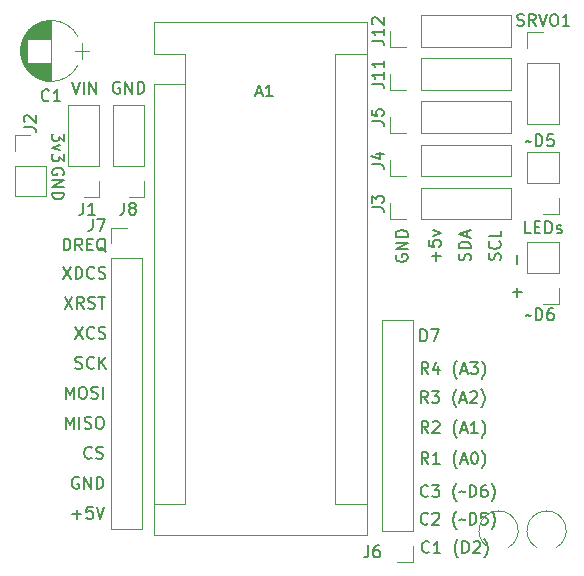
<source format=gbr>
%TF.GenerationSoftware,KiCad,Pcbnew,(5.0.1-3-g963ef8bb5)*%
%TF.CreationDate,2019-04-30T15:10:38-04:00*%
%TF.ProjectId,VHSBase,564853426173652E6B696361645F7063,rev?*%
%TF.SameCoordinates,Original*%
%TF.FileFunction,Legend,Top*%
%TF.FilePolarity,Positive*%
%FSLAX46Y46*%
G04 Gerber Fmt 4.6, Leading zero omitted, Abs format (unit mm)*
G04 Created by KiCad (PCBNEW (5.0.1-3-g963ef8bb5)) date Tuesday, April 30, 2019 at 03:10:38 pm*
%MOMM*%
%LPD*%
G01*
G04 APERTURE LIST*
%ADD10C,0.150000*%
%ADD11C,0.120000*%
G04 APERTURE END LIST*
D10*
X128898761Y-79898476D02*
X128946380Y-79755619D01*
X128946380Y-79517523D01*
X128898761Y-79422285D01*
X128851142Y-79374666D01*
X128755904Y-79327047D01*
X128660666Y-79327047D01*
X128565428Y-79374666D01*
X128517809Y-79422285D01*
X128470190Y-79517523D01*
X128422571Y-79708000D01*
X128374952Y-79803238D01*
X128327333Y-79850857D01*
X128232095Y-79898476D01*
X128136857Y-79898476D01*
X128041619Y-79850857D01*
X127994000Y-79803238D01*
X127946380Y-79708000D01*
X127946380Y-79469904D01*
X127994000Y-79327047D01*
X128851142Y-78327047D02*
X128898761Y-78374666D01*
X128946380Y-78517523D01*
X128946380Y-78612761D01*
X128898761Y-78755619D01*
X128803523Y-78850857D01*
X128708285Y-78898476D01*
X128517809Y-78946095D01*
X128374952Y-78946095D01*
X128184476Y-78898476D01*
X128089238Y-78850857D01*
X127994000Y-78755619D01*
X127946380Y-78612761D01*
X127946380Y-78517523D01*
X127994000Y-78374666D01*
X128041619Y-78327047D01*
X128946380Y-77422285D02*
X128946380Y-77898476D01*
X127946380Y-77898476D01*
X126358761Y-79922285D02*
X126406380Y-79779428D01*
X126406380Y-79541333D01*
X126358761Y-79446095D01*
X126311142Y-79398476D01*
X126215904Y-79350857D01*
X126120666Y-79350857D01*
X126025428Y-79398476D01*
X125977809Y-79446095D01*
X125930190Y-79541333D01*
X125882571Y-79731809D01*
X125834952Y-79827047D01*
X125787333Y-79874666D01*
X125692095Y-79922285D01*
X125596857Y-79922285D01*
X125501619Y-79874666D01*
X125454000Y-79827047D01*
X125406380Y-79731809D01*
X125406380Y-79493714D01*
X125454000Y-79350857D01*
X126406380Y-78922285D02*
X125406380Y-78922285D01*
X125406380Y-78684190D01*
X125454000Y-78541333D01*
X125549238Y-78446095D01*
X125644476Y-78398476D01*
X125834952Y-78350857D01*
X125977809Y-78350857D01*
X126168285Y-78398476D01*
X126263523Y-78446095D01*
X126358761Y-78541333D01*
X126406380Y-78684190D01*
X126406380Y-78922285D01*
X126120666Y-77969904D02*
X126120666Y-77493714D01*
X126406380Y-78065142D02*
X125406380Y-77731809D01*
X126406380Y-77398476D01*
X123485428Y-79946095D02*
X123485428Y-79184190D01*
X123866380Y-79565142D02*
X123104476Y-79565142D01*
X122866380Y-78231809D02*
X122866380Y-78708000D01*
X123342571Y-78755619D01*
X123294952Y-78708000D01*
X123247333Y-78612761D01*
X123247333Y-78374666D01*
X123294952Y-78279428D01*
X123342571Y-78231809D01*
X123437809Y-78184190D01*
X123675904Y-78184190D01*
X123771142Y-78231809D01*
X123818761Y-78279428D01*
X123866380Y-78374666D01*
X123866380Y-78612761D01*
X123818761Y-78708000D01*
X123771142Y-78755619D01*
X123199714Y-77850857D02*
X123866380Y-77612761D01*
X123199714Y-77374666D01*
X120120000Y-79469904D02*
X120072380Y-79565142D01*
X120072380Y-79708000D01*
X120120000Y-79850857D01*
X120215238Y-79946095D01*
X120310476Y-79993714D01*
X120500952Y-80041333D01*
X120643809Y-80041333D01*
X120834285Y-79993714D01*
X120929523Y-79946095D01*
X121024761Y-79850857D01*
X121072380Y-79708000D01*
X121072380Y-79612761D01*
X121024761Y-79469904D01*
X120977142Y-79422285D01*
X120643809Y-79422285D01*
X120643809Y-79612761D01*
X121072380Y-78993714D02*
X120072380Y-78993714D01*
X121072380Y-78422285D01*
X120072380Y-78422285D01*
X121072380Y-77946095D02*
X120072380Y-77946095D01*
X120072380Y-77708000D01*
X120120000Y-77565142D01*
X120215238Y-77469904D01*
X120310476Y-77422285D01*
X120500952Y-77374666D01*
X120643809Y-77374666D01*
X120834285Y-77422285D01*
X120929523Y-77469904D01*
X121024761Y-77565142D01*
X121072380Y-77708000D01*
X121072380Y-77946095D01*
X122167904Y-86780380D02*
X122167904Y-85780380D01*
X122406000Y-85780380D01*
X122548857Y-85828000D01*
X122644095Y-85923238D01*
X122691714Y-86018476D01*
X122739333Y-86208952D01*
X122739333Y-86351809D01*
X122691714Y-86542285D01*
X122644095Y-86637523D01*
X122548857Y-86732761D01*
X122406000Y-86780380D01*
X122167904Y-86780380D01*
X123072666Y-85780380D02*
X123739333Y-85780380D01*
X123310761Y-86780380D01*
X91922000Y-72670095D02*
X91969619Y-72574857D01*
X91969619Y-72432000D01*
X91922000Y-72289142D01*
X91826761Y-72193904D01*
X91731523Y-72146285D01*
X91541047Y-72098666D01*
X91398190Y-72098666D01*
X91207714Y-72146285D01*
X91112476Y-72193904D01*
X91017238Y-72289142D01*
X90969619Y-72432000D01*
X90969619Y-72527238D01*
X91017238Y-72670095D01*
X91064857Y-72717714D01*
X91398190Y-72717714D01*
X91398190Y-72527238D01*
X90969619Y-73146285D02*
X91969619Y-73146285D01*
X90969619Y-73717714D01*
X91969619Y-73717714D01*
X90969619Y-74193904D02*
X91969619Y-74193904D01*
X91969619Y-74432000D01*
X91922000Y-74574857D01*
X91826761Y-74670095D01*
X91731523Y-74717714D01*
X91541047Y-74765333D01*
X91398190Y-74765333D01*
X91207714Y-74717714D01*
X91112476Y-74670095D01*
X91017238Y-74574857D01*
X90969619Y-74432000D01*
X90969619Y-74193904D01*
X91969619Y-69193523D02*
X91969619Y-69812571D01*
X91588666Y-69479238D01*
X91588666Y-69622095D01*
X91541047Y-69717333D01*
X91493428Y-69764952D01*
X91398190Y-69812571D01*
X91160095Y-69812571D01*
X91064857Y-69764952D01*
X91017238Y-69717333D01*
X90969619Y-69622095D01*
X90969619Y-69336380D01*
X91017238Y-69241142D01*
X91064857Y-69193523D01*
X91636285Y-70145904D02*
X90969619Y-70384000D01*
X91636285Y-70622095D01*
X91969619Y-70907809D02*
X91969619Y-71526857D01*
X91588666Y-71193523D01*
X91588666Y-71336380D01*
X91541047Y-71431619D01*
X91493428Y-71479238D01*
X91398190Y-71526857D01*
X91160095Y-71526857D01*
X91064857Y-71479238D01*
X91017238Y-71431619D01*
X90969619Y-71336380D01*
X90969619Y-71050666D01*
X91017238Y-70955428D01*
X91064857Y-70907809D01*
X92694285Y-101417428D02*
X93456190Y-101417428D01*
X93075238Y-101798380D02*
X93075238Y-101036476D01*
X94408571Y-100798380D02*
X93932380Y-100798380D01*
X93884761Y-101274571D01*
X93932380Y-101226952D01*
X94027619Y-101179333D01*
X94265714Y-101179333D01*
X94360952Y-101226952D01*
X94408571Y-101274571D01*
X94456190Y-101369809D01*
X94456190Y-101607904D01*
X94408571Y-101703142D01*
X94360952Y-101750761D01*
X94265714Y-101798380D01*
X94027619Y-101798380D01*
X93932380Y-101750761D01*
X93884761Y-101703142D01*
X94741904Y-100798380D02*
X95075238Y-101798380D01*
X95408571Y-100798380D01*
X93218095Y-98306000D02*
X93122857Y-98258380D01*
X92980000Y-98258380D01*
X92837142Y-98306000D01*
X92741904Y-98401238D01*
X92694285Y-98496476D01*
X92646666Y-98686952D01*
X92646666Y-98829809D01*
X92694285Y-99020285D01*
X92741904Y-99115523D01*
X92837142Y-99210761D01*
X92980000Y-99258380D01*
X93075238Y-99258380D01*
X93218095Y-99210761D01*
X93265714Y-99163142D01*
X93265714Y-98829809D01*
X93075238Y-98829809D01*
X93694285Y-99258380D02*
X93694285Y-98258380D01*
X94265714Y-99258380D01*
X94265714Y-98258380D01*
X94741904Y-99258380D02*
X94741904Y-98258380D01*
X94980000Y-98258380D01*
X95122857Y-98306000D01*
X95218095Y-98401238D01*
X95265714Y-98496476D01*
X95313333Y-98686952D01*
X95313333Y-98829809D01*
X95265714Y-99020285D01*
X95218095Y-99115523D01*
X95122857Y-99210761D01*
X94980000Y-99258380D01*
X94741904Y-99258380D01*
X94321333Y-96623142D02*
X94273714Y-96670761D01*
X94130857Y-96718380D01*
X94035619Y-96718380D01*
X93892761Y-96670761D01*
X93797523Y-96575523D01*
X93749904Y-96480285D01*
X93702285Y-96289809D01*
X93702285Y-96146952D01*
X93749904Y-95956476D01*
X93797523Y-95861238D01*
X93892761Y-95766000D01*
X94035619Y-95718380D01*
X94130857Y-95718380D01*
X94273714Y-95766000D01*
X94321333Y-95813619D01*
X94702285Y-96670761D02*
X94845142Y-96718380D01*
X95083238Y-96718380D01*
X95178476Y-96670761D01*
X95226095Y-96623142D01*
X95273714Y-96527904D01*
X95273714Y-96432666D01*
X95226095Y-96337428D01*
X95178476Y-96289809D01*
X95083238Y-96242190D01*
X94892761Y-96194571D01*
X94797523Y-96146952D01*
X94749904Y-96099333D01*
X94702285Y-96004095D01*
X94702285Y-95908857D01*
X94749904Y-95813619D01*
X94797523Y-95766000D01*
X94892761Y-95718380D01*
X95130857Y-95718380D01*
X95273714Y-95766000D01*
X92154571Y-94178380D02*
X92154571Y-93178380D01*
X92487904Y-93892666D01*
X92821238Y-93178380D01*
X92821238Y-94178380D01*
X93297428Y-94178380D02*
X93297428Y-93178380D01*
X93726000Y-94130761D02*
X93868857Y-94178380D01*
X94106952Y-94178380D01*
X94202190Y-94130761D01*
X94249809Y-94083142D01*
X94297428Y-93987904D01*
X94297428Y-93892666D01*
X94249809Y-93797428D01*
X94202190Y-93749809D01*
X94106952Y-93702190D01*
X93916476Y-93654571D01*
X93821238Y-93606952D01*
X93773619Y-93559333D01*
X93726000Y-93464095D01*
X93726000Y-93368857D01*
X93773619Y-93273619D01*
X93821238Y-93226000D01*
X93916476Y-93178380D01*
X94154571Y-93178380D01*
X94297428Y-93226000D01*
X94916476Y-93178380D02*
X95106952Y-93178380D01*
X95202190Y-93226000D01*
X95297428Y-93321238D01*
X95345047Y-93511714D01*
X95345047Y-93845047D01*
X95297428Y-94035523D01*
X95202190Y-94130761D01*
X95106952Y-94178380D01*
X94916476Y-94178380D01*
X94821238Y-94130761D01*
X94726000Y-94035523D01*
X94678380Y-93845047D01*
X94678380Y-93511714D01*
X94726000Y-93321238D01*
X94821238Y-93226000D01*
X94916476Y-93178380D01*
X92154571Y-91638380D02*
X92154571Y-90638380D01*
X92487904Y-91352666D01*
X92821238Y-90638380D01*
X92821238Y-91638380D01*
X93487904Y-90638380D02*
X93678380Y-90638380D01*
X93773619Y-90686000D01*
X93868857Y-90781238D01*
X93916476Y-90971714D01*
X93916476Y-91305047D01*
X93868857Y-91495523D01*
X93773619Y-91590761D01*
X93678380Y-91638380D01*
X93487904Y-91638380D01*
X93392666Y-91590761D01*
X93297428Y-91495523D01*
X93249809Y-91305047D01*
X93249809Y-90971714D01*
X93297428Y-90781238D01*
X93392666Y-90686000D01*
X93487904Y-90638380D01*
X94297428Y-91590761D02*
X94440285Y-91638380D01*
X94678380Y-91638380D01*
X94773619Y-91590761D01*
X94821238Y-91543142D01*
X94868857Y-91447904D01*
X94868857Y-91352666D01*
X94821238Y-91257428D01*
X94773619Y-91209809D01*
X94678380Y-91162190D01*
X94487904Y-91114571D01*
X94392666Y-91066952D01*
X94345047Y-91019333D01*
X94297428Y-90924095D01*
X94297428Y-90828857D01*
X94345047Y-90733619D01*
X94392666Y-90686000D01*
X94487904Y-90638380D01*
X94726000Y-90638380D01*
X94868857Y-90686000D01*
X95297428Y-91638380D02*
X95297428Y-90638380D01*
X92948285Y-89050761D02*
X93091142Y-89098380D01*
X93329238Y-89098380D01*
X93424476Y-89050761D01*
X93472095Y-89003142D01*
X93519714Y-88907904D01*
X93519714Y-88812666D01*
X93472095Y-88717428D01*
X93424476Y-88669809D01*
X93329238Y-88622190D01*
X93138761Y-88574571D01*
X93043523Y-88526952D01*
X92995904Y-88479333D01*
X92948285Y-88384095D01*
X92948285Y-88288857D01*
X92995904Y-88193619D01*
X93043523Y-88146000D01*
X93138761Y-88098380D01*
X93376857Y-88098380D01*
X93519714Y-88146000D01*
X94519714Y-89003142D02*
X94472095Y-89050761D01*
X94329238Y-89098380D01*
X94234000Y-89098380D01*
X94091142Y-89050761D01*
X93995904Y-88955523D01*
X93948285Y-88860285D01*
X93900666Y-88669809D01*
X93900666Y-88526952D01*
X93948285Y-88336476D01*
X93995904Y-88241238D01*
X94091142Y-88146000D01*
X94234000Y-88098380D01*
X94329238Y-88098380D01*
X94472095Y-88146000D01*
X94519714Y-88193619D01*
X94948285Y-89098380D02*
X94948285Y-88098380D01*
X95519714Y-89098380D02*
X95091142Y-88526952D01*
X95519714Y-88098380D02*
X94948285Y-88669809D01*
X92924476Y-85558380D02*
X93591142Y-86558380D01*
X93591142Y-85558380D02*
X92924476Y-86558380D01*
X94543523Y-86463142D02*
X94495904Y-86510761D01*
X94353047Y-86558380D01*
X94257809Y-86558380D01*
X94114952Y-86510761D01*
X94019714Y-86415523D01*
X93972095Y-86320285D01*
X93924476Y-86129809D01*
X93924476Y-85986952D01*
X93972095Y-85796476D01*
X94019714Y-85701238D01*
X94114952Y-85606000D01*
X94257809Y-85558380D01*
X94353047Y-85558380D01*
X94495904Y-85606000D01*
X94543523Y-85653619D01*
X94924476Y-86510761D02*
X95067333Y-86558380D01*
X95305428Y-86558380D01*
X95400666Y-86510761D01*
X95448285Y-86463142D01*
X95495904Y-86367904D01*
X95495904Y-86272666D01*
X95448285Y-86177428D01*
X95400666Y-86129809D01*
X95305428Y-86082190D01*
X95114952Y-86034571D01*
X95019714Y-85986952D01*
X94972095Y-85939333D01*
X94924476Y-85844095D01*
X94924476Y-85748857D01*
X94972095Y-85653619D01*
X95019714Y-85606000D01*
X95114952Y-85558380D01*
X95353047Y-85558380D01*
X95495904Y-85606000D01*
X92035523Y-83018380D02*
X92702190Y-84018380D01*
X92702190Y-83018380D02*
X92035523Y-84018380D01*
X93654571Y-84018380D02*
X93321238Y-83542190D01*
X93083142Y-84018380D02*
X93083142Y-83018380D01*
X93464095Y-83018380D01*
X93559333Y-83066000D01*
X93606952Y-83113619D01*
X93654571Y-83208857D01*
X93654571Y-83351714D01*
X93606952Y-83446952D01*
X93559333Y-83494571D01*
X93464095Y-83542190D01*
X93083142Y-83542190D01*
X94035523Y-83970761D02*
X94178380Y-84018380D01*
X94416476Y-84018380D01*
X94511714Y-83970761D01*
X94559333Y-83923142D01*
X94606952Y-83827904D01*
X94606952Y-83732666D01*
X94559333Y-83637428D01*
X94511714Y-83589809D01*
X94416476Y-83542190D01*
X94226000Y-83494571D01*
X94130761Y-83446952D01*
X94083142Y-83399333D01*
X94035523Y-83304095D01*
X94035523Y-83208857D01*
X94083142Y-83113619D01*
X94130761Y-83066000D01*
X94226000Y-83018380D01*
X94464095Y-83018380D01*
X94606952Y-83066000D01*
X94892666Y-83018380D02*
X95464095Y-83018380D01*
X95178380Y-84018380D02*
X95178380Y-83018380D01*
X91916476Y-80478380D02*
X92583142Y-81478380D01*
X92583142Y-80478380D02*
X91916476Y-81478380D01*
X92964095Y-81478380D02*
X92964095Y-80478380D01*
X93202190Y-80478380D01*
X93345047Y-80526000D01*
X93440285Y-80621238D01*
X93487904Y-80716476D01*
X93535523Y-80906952D01*
X93535523Y-81049809D01*
X93487904Y-81240285D01*
X93440285Y-81335523D01*
X93345047Y-81430761D01*
X93202190Y-81478380D01*
X92964095Y-81478380D01*
X94535523Y-81383142D02*
X94487904Y-81430761D01*
X94345047Y-81478380D01*
X94249809Y-81478380D01*
X94106952Y-81430761D01*
X94011714Y-81335523D01*
X93964095Y-81240285D01*
X93916476Y-81049809D01*
X93916476Y-80906952D01*
X93964095Y-80716476D01*
X94011714Y-80621238D01*
X94106952Y-80526000D01*
X94249809Y-80478380D01*
X94345047Y-80478380D01*
X94487904Y-80526000D01*
X94535523Y-80573619D01*
X94916476Y-81430761D02*
X95059333Y-81478380D01*
X95297428Y-81478380D01*
X95392666Y-81430761D01*
X95440285Y-81383142D01*
X95487904Y-81287904D01*
X95487904Y-81192666D01*
X95440285Y-81097428D01*
X95392666Y-81049809D01*
X95297428Y-81002190D01*
X95106952Y-80954571D01*
X95011714Y-80906952D01*
X94964095Y-80859333D01*
X94916476Y-80764095D01*
X94916476Y-80668857D01*
X94964095Y-80573619D01*
X95011714Y-80526000D01*
X95106952Y-80478380D01*
X95345047Y-80478380D01*
X95487904Y-80526000D01*
X91957904Y-79084380D02*
X91957904Y-78084380D01*
X92196000Y-78084380D01*
X92338857Y-78132000D01*
X92434095Y-78227238D01*
X92481714Y-78322476D01*
X92529333Y-78512952D01*
X92529333Y-78655809D01*
X92481714Y-78846285D01*
X92434095Y-78941523D01*
X92338857Y-79036761D01*
X92196000Y-79084380D01*
X91957904Y-79084380D01*
X93529333Y-79084380D02*
X93196000Y-78608190D01*
X92957904Y-79084380D02*
X92957904Y-78084380D01*
X93338857Y-78084380D01*
X93434095Y-78132000D01*
X93481714Y-78179619D01*
X93529333Y-78274857D01*
X93529333Y-78417714D01*
X93481714Y-78512952D01*
X93434095Y-78560571D01*
X93338857Y-78608190D01*
X92957904Y-78608190D01*
X93957904Y-78560571D02*
X94291238Y-78560571D01*
X94434095Y-79084380D02*
X93957904Y-79084380D01*
X93957904Y-78084380D01*
X94434095Y-78084380D01*
X95529333Y-79179619D02*
X95434095Y-79132000D01*
X95338857Y-79036761D01*
X95196000Y-78893904D01*
X95100761Y-78846285D01*
X95005523Y-78846285D01*
X95053142Y-79084380D02*
X94957904Y-79036761D01*
X94862666Y-78941523D01*
X94815047Y-78751047D01*
X94815047Y-78417714D01*
X94862666Y-78227238D01*
X94957904Y-78132000D01*
X95053142Y-78084380D01*
X95243619Y-78084380D01*
X95338857Y-78132000D01*
X95434095Y-78227238D01*
X95481714Y-78417714D01*
X95481714Y-78751047D01*
X95434095Y-78941523D01*
X95338857Y-79036761D01*
X95243619Y-79084380D01*
X95053142Y-79084380D01*
X131065904Y-84621428D02*
X131113523Y-84573809D01*
X131208761Y-84526190D01*
X131399238Y-84621428D01*
X131494476Y-84573809D01*
X131542095Y-84526190D01*
X131923047Y-85002380D02*
X131923047Y-84002380D01*
X132161142Y-84002380D01*
X132304000Y-84050000D01*
X132399238Y-84145238D01*
X132446857Y-84240476D01*
X132494476Y-84430952D01*
X132494476Y-84573809D01*
X132446857Y-84764285D01*
X132399238Y-84859523D01*
X132304000Y-84954761D01*
X132161142Y-85002380D01*
X131923047Y-85002380D01*
X133351619Y-84002380D02*
X133161142Y-84002380D01*
X133065904Y-84050000D01*
X133018285Y-84097619D01*
X132923047Y-84240476D01*
X132875428Y-84430952D01*
X132875428Y-84811904D01*
X132923047Y-84907142D01*
X132970666Y-84954761D01*
X133065904Y-85002380D01*
X133256380Y-85002380D01*
X133351619Y-84954761D01*
X133399238Y-84907142D01*
X133446857Y-84811904D01*
X133446857Y-84573809D01*
X133399238Y-84478571D01*
X133351619Y-84430952D01*
X133256380Y-84383333D01*
X133065904Y-84383333D01*
X132970666Y-84430952D01*
X132923047Y-84478571D01*
X132875428Y-84573809D01*
X131065904Y-69889428D02*
X131113523Y-69841809D01*
X131208761Y-69794190D01*
X131399238Y-69889428D01*
X131494476Y-69841809D01*
X131542095Y-69794190D01*
X131923047Y-70270380D02*
X131923047Y-69270380D01*
X132161142Y-69270380D01*
X132304000Y-69318000D01*
X132399238Y-69413238D01*
X132446857Y-69508476D01*
X132494476Y-69698952D01*
X132494476Y-69841809D01*
X132446857Y-70032285D01*
X132399238Y-70127523D01*
X132304000Y-70222761D01*
X132161142Y-70270380D01*
X131923047Y-70270380D01*
X133399238Y-69270380D02*
X132923047Y-69270380D01*
X132875428Y-69746571D01*
X132923047Y-69698952D01*
X133018285Y-69651333D01*
X133256380Y-69651333D01*
X133351619Y-69698952D01*
X133399238Y-69746571D01*
X133446857Y-69841809D01*
X133446857Y-70079904D01*
X133399238Y-70175142D01*
X133351619Y-70222761D01*
X133256380Y-70270380D01*
X133018285Y-70270380D01*
X132923047Y-70222761D01*
X132875428Y-70175142D01*
X130343428Y-83009904D02*
X130343428Y-82248000D01*
X130724380Y-82628952D02*
X129962476Y-82628952D01*
X130343428Y-80248000D02*
X130343428Y-79486095D01*
X131510380Y-77636380D02*
X131034190Y-77636380D01*
X131034190Y-76636380D01*
X131843714Y-77112571D02*
X132177047Y-77112571D01*
X132319904Y-77636380D02*
X131843714Y-77636380D01*
X131843714Y-76636380D01*
X132319904Y-76636380D01*
X132748476Y-77636380D02*
X132748476Y-76636380D01*
X132986571Y-76636380D01*
X133129428Y-76684000D01*
X133224666Y-76779238D01*
X133272285Y-76874476D01*
X133319904Y-77064952D01*
X133319904Y-77207809D01*
X133272285Y-77398285D01*
X133224666Y-77493523D01*
X133129428Y-77588761D01*
X132986571Y-77636380D01*
X132748476Y-77636380D01*
X133700857Y-77588761D02*
X133796095Y-77636380D01*
X133986571Y-77636380D01*
X134081809Y-77588761D01*
X134129428Y-77493523D01*
X134129428Y-77445904D01*
X134081809Y-77350666D01*
X133986571Y-77303047D01*
X133843714Y-77303047D01*
X133748476Y-77255428D01*
X133700857Y-77160190D01*
X133700857Y-77112571D01*
X133748476Y-77017333D01*
X133843714Y-76969714D01*
X133986571Y-76969714D01*
X134081809Y-77017333D01*
X122830952Y-89552380D02*
X122497619Y-89076190D01*
X122259523Y-89552380D02*
X122259523Y-88552380D01*
X122640476Y-88552380D01*
X122735714Y-88600000D01*
X122783333Y-88647619D01*
X122830952Y-88742857D01*
X122830952Y-88885714D01*
X122783333Y-88980952D01*
X122735714Y-89028571D01*
X122640476Y-89076190D01*
X122259523Y-89076190D01*
X123688095Y-88885714D02*
X123688095Y-89552380D01*
X123450000Y-88504761D02*
X123211904Y-89219047D01*
X123830952Y-89219047D01*
X125259523Y-89933333D02*
X125211904Y-89885714D01*
X125116666Y-89742857D01*
X125069047Y-89647619D01*
X125021428Y-89504761D01*
X124973809Y-89266666D01*
X124973809Y-89076190D01*
X125021428Y-88838095D01*
X125069047Y-88695238D01*
X125116666Y-88600000D01*
X125211904Y-88457142D01*
X125259523Y-88409523D01*
X125592857Y-89266666D02*
X126069047Y-89266666D01*
X125497619Y-89552380D02*
X125830952Y-88552380D01*
X126164285Y-89552380D01*
X126402380Y-88552380D02*
X127021428Y-88552380D01*
X126688095Y-88933333D01*
X126830952Y-88933333D01*
X126926190Y-88980952D01*
X126973809Y-89028571D01*
X127021428Y-89123809D01*
X127021428Y-89361904D01*
X126973809Y-89457142D01*
X126926190Y-89504761D01*
X126830952Y-89552380D01*
X126545238Y-89552380D01*
X126450000Y-89504761D01*
X126402380Y-89457142D01*
X127354761Y-89933333D02*
X127402380Y-89885714D01*
X127497619Y-89742857D01*
X127545238Y-89647619D01*
X127592857Y-89504761D01*
X127640476Y-89266666D01*
X127640476Y-89076190D01*
X127592857Y-88838095D01*
X127545238Y-88695238D01*
X127497619Y-88600000D01*
X127402380Y-88457142D01*
X127354761Y-88409523D01*
X122780952Y-92002380D02*
X122447619Y-91526190D01*
X122209523Y-92002380D02*
X122209523Y-91002380D01*
X122590476Y-91002380D01*
X122685714Y-91050000D01*
X122733333Y-91097619D01*
X122780952Y-91192857D01*
X122780952Y-91335714D01*
X122733333Y-91430952D01*
X122685714Y-91478571D01*
X122590476Y-91526190D01*
X122209523Y-91526190D01*
X123114285Y-91002380D02*
X123733333Y-91002380D01*
X123400000Y-91383333D01*
X123542857Y-91383333D01*
X123638095Y-91430952D01*
X123685714Y-91478571D01*
X123733333Y-91573809D01*
X123733333Y-91811904D01*
X123685714Y-91907142D01*
X123638095Y-91954761D01*
X123542857Y-92002380D01*
X123257142Y-92002380D01*
X123161904Y-91954761D01*
X123114285Y-91907142D01*
X125209523Y-92383333D02*
X125161904Y-92335714D01*
X125066666Y-92192857D01*
X125019047Y-92097619D01*
X124971428Y-91954761D01*
X124923809Y-91716666D01*
X124923809Y-91526190D01*
X124971428Y-91288095D01*
X125019047Y-91145238D01*
X125066666Y-91050000D01*
X125161904Y-90907142D01*
X125209523Y-90859523D01*
X125542857Y-91716666D02*
X126019047Y-91716666D01*
X125447619Y-92002380D02*
X125780952Y-91002380D01*
X126114285Y-92002380D01*
X126400000Y-91097619D02*
X126447619Y-91050000D01*
X126542857Y-91002380D01*
X126780952Y-91002380D01*
X126876190Y-91050000D01*
X126923809Y-91097619D01*
X126971428Y-91192857D01*
X126971428Y-91288095D01*
X126923809Y-91430952D01*
X126352380Y-92002380D01*
X126971428Y-92002380D01*
X127304761Y-92383333D02*
X127352380Y-92335714D01*
X127447619Y-92192857D01*
X127495238Y-92097619D01*
X127542857Y-91954761D01*
X127590476Y-91716666D01*
X127590476Y-91526190D01*
X127542857Y-91288095D01*
X127495238Y-91145238D01*
X127447619Y-91050000D01*
X127352380Y-90907142D01*
X127304761Y-90859523D01*
X122830952Y-94552380D02*
X122497619Y-94076190D01*
X122259523Y-94552380D02*
X122259523Y-93552380D01*
X122640476Y-93552380D01*
X122735714Y-93600000D01*
X122783333Y-93647619D01*
X122830952Y-93742857D01*
X122830952Y-93885714D01*
X122783333Y-93980952D01*
X122735714Y-94028571D01*
X122640476Y-94076190D01*
X122259523Y-94076190D01*
X123211904Y-93647619D02*
X123259523Y-93600000D01*
X123354761Y-93552380D01*
X123592857Y-93552380D01*
X123688095Y-93600000D01*
X123735714Y-93647619D01*
X123783333Y-93742857D01*
X123783333Y-93838095D01*
X123735714Y-93980952D01*
X123164285Y-94552380D01*
X123783333Y-94552380D01*
X125259523Y-94933333D02*
X125211904Y-94885714D01*
X125116666Y-94742857D01*
X125069047Y-94647619D01*
X125021428Y-94504761D01*
X124973809Y-94266666D01*
X124973809Y-94076190D01*
X125021428Y-93838095D01*
X125069047Y-93695238D01*
X125116666Y-93600000D01*
X125211904Y-93457142D01*
X125259523Y-93409523D01*
X125592857Y-94266666D02*
X126069047Y-94266666D01*
X125497619Y-94552380D02*
X125830952Y-93552380D01*
X126164285Y-94552380D01*
X127021428Y-94552380D02*
X126450000Y-94552380D01*
X126735714Y-94552380D02*
X126735714Y-93552380D01*
X126640476Y-93695238D01*
X126545238Y-93790476D01*
X126450000Y-93838095D01*
X127354761Y-94933333D02*
X127402380Y-94885714D01*
X127497619Y-94742857D01*
X127545238Y-94647619D01*
X127592857Y-94504761D01*
X127640476Y-94266666D01*
X127640476Y-94076190D01*
X127592857Y-93838095D01*
X127545238Y-93695238D01*
X127497619Y-93600000D01*
X127402380Y-93457142D01*
X127354761Y-93409523D01*
X122830952Y-97152380D02*
X122497619Y-96676190D01*
X122259523Y-97152380D02*
X122259523Y-96152380D01*
X122640476Y-96152380D01*
X122735714Y-96200000D01*
X122783333Y-96247619D01*
X122830952Y-96342857D01*
X122830952Y-96485714D01*
X122783333Y-96580952D01*
X122735714Y-96628571D01*
X122640476Y-96676190D01*
X122259523Y-96676190D01*
X123783333Y-97152380D02*
X123211904Y-97152380D01*
X123497619Y-97152380D02*
X123497619Y-96152380D01*
X123402380Y-96295238D01*
X123307142Y-96390476D01*
X123211904Y-96438095D01*
X125259523Y-97533333D02*
X125211904Y-97485714D01*
X125116666Y-97342857D01*
X125069047Y-97247619D01*
X125021428Y-97104761D01*
X124973809Y-96866666D01*
X124973809Y-96676190D01*
X125021428Y-96438095D01*
X125069047Y-96295238D01*
X125116666Y-96200000D01*
X125211904Y-96057142D01*
X125259523Y-96009523D01*
X125592857Y-96866666D02*
X126069047Y-96866666D01*
X125497619Y-97152380D02*
X125830952Y-96152380D01*
X126164285Y-97152380D01*
X126688095Y-96152380D02*
X126783333Y-96152380D01*
X126878571Y-96200000D01*
X126926190Y-96247619D01*
X126973809Y-96342857D01*
X127021428Y-96533333D01*
X127021428Y-96771428D01*
X126973809Y-96961904D01*
X126926190Y-97057142D01*
X126878571Y-97104761D01*
X126783333Y-97152380D01*
X126688095Y-97152380D01*
X126592857Y-97104761D01*
X126545238Y-97057142D01*
X126497619Y-96961904D01*
X126450000Y-96771428D01*
X126450000Y-96533333D01*
X126497619Y-96342857D01*
X126545238Y-96247619D01*
X126592857Y-96200000D01*
X126688095Y-96152380D01*
X127354761Y-97533333D02*
X127402380Y-97485714D01*
X127497619Y-97342857D01*
X127545238Y-97247619D01*
X127592857Y-97104761D01*
X127640476Y-96866666D01*
X127640476Y-96676190D01*
X127592857Y-96438095D01*
X127545238Y-96295238D01*
X127497619Y-96200000D01*
X127402380Y-96057142D01*
X127354761Y-96009523D01*
X122802380Y-99857142D02*
X122754761Y-99904761D01*
X122611904Y-99952380D01*
X122516666Y-99952380D01*
X122373809Y-99904761D01*
X122278571Y-99809523D01*
X122230952Y-99714285D01*
X122183333Y-99523809D01*
X122183333Y-99380952D01*
X122230952Y-99190476D01*
X122278571Y-99095238D01*
X122373809Y-99000000D01*
X122516666Y-98952380D01*
X122611904Y-98952380D01*
X122754761Y-99000000D01*
X122802380Y-99047619D01*
X123135714Y-98952380D02*
X123754761Y-98952380D01*
X123421428Y-99333333D01*
X123564285Y-99333333D01*
X123659523Y-99380952D01*
X123707142Y-99428571D01*
X123754761Y-99523809D01*
X123754761Y-99761904D01*
X123707142Y-99857142D01*
X123659523Y-99904761D01*
X123564285Y-99952380D01*
X123278571Y-99952380D01*
X123183333Y-99904761D01*
X123135714Y-99857142D01*
X125230952Y-100333333D02*
X125183333Y-100285714D01*
X125088095Y-100142857D01*
X125040476Y-100047619D01*
X124992857Y-99904761D01*
X124945238Y-99666666D01*
X124945238Y-99476190D01*
X124992857Y-99238095D01*
X125040476Y-99095238D01*
X125088095Y-99000000D01*
X125183333Y-98857142D01*
X125230952Y-98809523D01*
X125469047Y-99571428D02*
X125516666Y-99523809D01*
X125611904Y-99476190D01*
X125802380Y-99571428D01*
X125897619Y-99523809D01*
X125945238Y-99476190D01*
X126326190Y-99952380D02*
X126326190Y-98952380D01*
X126564285Y-98952380D01*
X126707142Y-99000000D01*
X126802380Y-99095238D01*
X126850000Y-99190476D01*
X126897619Y-99380952D01*
X126897619Y-99523809D01*
X126850000Y-99714285D01*
X126802380Y-99809523D01*
X126707142Y-99904761D01*
X126564285Y-99952380D01*
X126326190Y-99952380D01*
X127754761Y-98952380D02*
X127564285Y-98952380D01*
X127469047Y-99000000D01*
X127421428Y-99047619D01*
X127326190Y-99190476D01*
X127278571Y-99380952D01*
X127278571Y-99761904D01*
X127326190Y-99857142D01*
X127373809Y-99904761D01*
X127469047Y-99952380D01*
X127659523Y-99952380D01*
X127754761Y-99904761D01*
X127802380Y-99857142D01*
X127850000Y-99761904D01*
X127850000Y-99523809D01*
X127802380Y-99428571D01*
X127754761Y-99380952D01*
X127659523Y-99333333D01*
X127469047Y-99333333D01*
X127373809Y-99380952D01*
X127326190Y-99428571D01*
X127278571Y-99523809D01*
X128183333Y-100333333D02*
X128230952Y-100285714D01*
X128326190Y-100142857D01*
X128373809Y-100047619D01*
X128421428Y-99904761D01*
X128469047Y-99666666D01*
X128469047Y-99476190D01*
X128421428Y-99238095D01*
X128373809Y-99095238D01*
X128326190Y-99000000D01*
X128230952Y-98857142D01*
X128183333Y-98809523D01*
X122802380Y-102207142D02*
X122754761Y-102254761D01*
X122611904Y-102302380D01*
X122516666Y-102302380D01*
X122373809Y-102254761D01*
X122278571Y-102159523D01*
X122230952Y-102064285D01*
X122183333Y-101873809D01*
X122183333Y-101730952D01*
X122230952Y-101540476D01*
X122278571Y-101445238D01*
X122373809Y-101350000D01*
X122516666Y-101302380D01*
X122611904Y-101302380D01*
X122754761Y-101350000D01*
X122802380Y-101397619D01*
X123183333Y-101397619D02*
X123230952Y-101350000D01*
X123326190Y-101302380D01*
X123564285Y-101302380D01*
X123659523Y-101350000D01*
X123707142Y-101397619D01*
X123754761Y-101492857D01*
X123754761Y-101588095D01*
X123707142Y-101730952D01*
X123135714Y-102302380D01*
X123754761Y-102302380D01*
X125230952Y-102683333D02*
X125183333Y-102635714D01*
X125088095Y-102492857D01*
X125040476Y-102397619D01*
X124992857Y-102254761D01*
X124945238Y-102016666D01*
X124945238Y-101826190D01*
X124992857Y-101588095D01*
X125040476Y-101445238D01*
X125088095Y-101350000D01*
X125183333Y-101207142D01*
X125230952Y-101159523D01*
X125469047Y-101921428D02*
X125516666Y-101873809D01*
X125611904Y-101826190D01*
X125802380Y-101921428D01*
X125897619Y-101873809D01*
X125945238Y-101826190D01*
X126326190Y-102302380D02*
X126326190Y-101302380D01*
X126564285Y-101302380D01*
X126707142Y-101350000D01*
X126802380Y-101445238D01*
X126850000Y-101540476D01*
X126897619Y-101730952D01*
X126897619Y-101873809D01*
X126850000Y-102064285D01*
X126802380Y-102159523D01*
X126707142Y-102254761D01*
X126564285Y-102302380D01*
X126326190Y-102302380D01*
X127802380Y-101302380D02*
X127326190Y-101302380D01*
X127278571Y-101778571D01*
X127326190Y-101730952D01*
X127421428Y-101683333D01*
X127659523Y-101683333D01*
X127754761Y-101730952D01*
X127802380Y-101778571D01*
X127850000Y-101873809D01*
X127850000Y-102111904D01*
X127802380Y-102207142D01*
X127754761Y-102254761D01*
X127659523Y-102302380D01*
X127421428Y-102302380D01*
X127326190Y-102254761D01*
X127278571Y-102207142D01*
X128183333Y-102683333D02*
X128230952Y-102635714D01*
X128326190Y-102492857D01*
X128373809Y-102397619D01*
X128421428Y-102254761D01*
X128469047Y-102016666D01*
X128469047Y-101826190D01*
X128421428Y-101588095D01*
X128373809Y-101445238D01*
X128326190Y-101350000D01*
X128230952Y-101207142D01*
X128183333Y-101159523D01*
X122909523Y-104607142D02*
X122861904Y-104654761D01*
X122719047Y-104702380D01*
X122623809Y-104702380D01*
X122480952Y-104654761D01*
X122385714Y-104559523D01*
X122338095Y-104464285D01*
X122290476Y-104273809D01*
X122290476Y-104130952D01*
X122338095Y-103940476D01*
X122385714Y-103845238D01*
X122480952Y-103750000D01*
X122623809Y-103702380D01*
X122719047Y-103702380D01*
X122861904Y-103750000D01*
X122909523Y-103797619D01*
X123861904Y-104702380D02*
X123290476Y-104702380D01*
X123576190Y-104702380D02*
X123576190Y-103702380D01*
X123480952Y-103845238D01*
X123385714Y-103940476D01*
X123290476Y-103988095D01*
X125338095Y-105083333D02*
X125290476Y-105035714D01*
X125195238Y-104892857D01*
X125147619Y-104797619D01*
X125100000Y-104654761D01*
X125052380Y-104416666D01*
X125052380Y-104226190D01*
X125100000Y-103988095D01*
X125147619Y-103845238D01*
X125195238Y-103750000D01*
X125290476Y-103607142D01*
X125338095Y-103559523D01*
X125719047Y-104702380D02*
X125719047Y-103702380D01*
X125957142Y-103702380D01*
X126100000Y-103750000D01*
X126195238Y-103845238D01*
X126242857Y-103940476D01*
X126290476Y-104130952D01*
X126290476Y-104273809D01*
X126242857Y-104464285D01*
X126195238Y-104559523D01*
X126100000Y-104654761D01*
X125957142Y-104702380D01*
X125719047Y-104702380D01*
X126671428Y-103797619D02*
X126719047Y-103750000D01*
X126814285Y-103702380D01*
X127052380Y-103702380D01*
X127147619Y-103750000D01*
X127195238Y-103797619D01*
X127242857Y-103892857D01*
X127242857Y-103988095D01*
X127195238Y-104130952D01*
X126623809Y-104702380D01*
X127242857Y-104702380D01*
X127576190Y-105083333D02*
X127623809Y-105035714D01*
X127719047Y-104892857D01*
X127766666Y-104797619D01*
X127814285Y-104654761D01*
X127861904Y-104416666D01*
X127861904Y-104226190D01*
X127814285Y-103988095D01*
X127766666Y-103845238D01*
X127719047Y-103750000D01*
X127623809Y-103607142D01*
X127576190Y-103559523D01*
X96688095Y-64850000D02*
X96592857Y-64802380D01*
X96450000Y-64802380D01*
X96307142Y-64850000D01*
X96211904Y-64945238D01*
X96164285Y-65040476D01*
X96116666Y-65230952D01*
X96116666Y-65373809D01*
X96164285Y-65564285D01*
X96211904Y-65659523D01*
X96307142Y-65754761D01*
X96450000Y-65802380D01*
X96545238Y-65802380D01*
X96688095Y-65754761D01*
X96735714Y-65707142D01*
X96735714Y-65373809D01*
X96545238Y-65373809D01*
X97164285Y-65802380D02*
X97164285Y-64802380D01*
X97735714Y-65802380D01*
X97735714Y-64802380D01*
X98211904Y-65802380D02*
X98211904Y-64802380D01*
X98450000Y-64802380D01*
X98592857Y-64850000D01*
X98688095Y-64945238D01*
X98735714Y-65040476D01*
X98783333Y-65230952D01*
X98783333Y-65373809D01*
X98735714Y-65564285D01*
X98688095Y-65659523D01*
X98592857Y-65754761D01*
X98450000Y-65802380D01*
X98211904Y-65802380D01*
X92654761Y-64852380D02*
X92988095Y-65852380D01*
X93321428Y-64852380D01*
X93654761Y-65852380D02*
X93654761Y-64852380D01*
X94130952Y-65852380D02*
X94130952Y-64852380D01*
X94702380Y-65852380D01*
X94702380Y-64852380D01*
D11*
X117615000Y-59755000D02*
X99575000Y-59755000D01*
X117615000Y-103195000D02*
X117615000Y-59755000D01*
X99575000Y-103195000D02*
X117615000Y-103195000D01*
X102245000Y-100525000D02*
X99575000Y-100525000D01*
X102245000Y-64965000D02*
X102245000Y-100525000D01*
X102245000Y-64965000D02*
X99575000Y-64965000D01*
X114945000Y-100525000D02*
X117615000Y-100525000D01*
X114945000Y-62425000D02*
X114945000Y-100525000D01*
X114945000Y-62425000D02*
X117615000Y-62425000D01*
X99575000Y-59755000D02*
X99575000Y-62425000D01*
X99575000Y-64965000D02*
X99575000Y-103195000D01*
X102245000Y-62425000D02*
X99575000Y-62425000D01*
X102245000Y-64965000D02*
X102245000Y-62425000D01*
X95952000Y-77156000D02*
X97282000Y-77156000D01*
X95952000Y-78486000D02*
X95952000Y-77156000D01*
X95952000Y-79756000D02*
X98612000Y-79756000D01*
X98612000Y-79756000D02*
X98612000Y-102676000D01*
X95952000Y-79756000D02*
X95952000Y-102676000D01*
X95952000Y-102676000D02*
X98612000Y-102676000D01*
X94976000Y-74526000D02*
X93646000Y-74526000D01*
X94976000Y-73196000D02*
X94976000Y-74526000D01*
X94976000Y-71926000D02*
X92316000Y-71926000D01*
X92316000Y-71926000D02*
X92316000Y-66786000D01*
X94976000Y-71926000D02*
X94976000Y-66786000D01*
X94976000Y-66786000D02*
X92316000Y-66786000D01*
X98786000Y-74526000D02*
X97456000Y-74526000D01*
X98786000Y-73196000D02*
X98786000Y-74526000D01*
X98786000Y-71926000D02*
X96126000Y-71926000D01*
X96126000Y-71926000D02*
X96126000Y-66786000D01*
X98786000Y-71926000D02*
X98786000Y-66786000D01*
X98786000Y-66786000D02*
X96126000Y-66786000D01*
X133888000Y-75974000D02*
X132558000Y-75974000D01*
X133888000Y-74644000D02*
X133888000Y-75974000D01*
X133888000Y-73374000D02*
X131228000Y-73374000D01*
X131228000Y-73374000D02*
X131228000Y-70774000D01*
X133888000Y-73374000D02*
X133888000Y-70774000D01*
X133888000Y-70774000D02*
X131228000Y-70774000D01*
X133888000Y-78394000D02*
X131228000Y-78394000D01*
X133888000Y-80994000D02*
X133888000Y-78394000D01*
X131228000Y-80994000D02*
X131228000Y-78394000D01*
X133888000Y-80994000D02*
X131228000Y-80994000D01*
X133888000Y-82264000D02*
X133888000Y-83594000D01*
X133888000Y-83594000D02*
X132558000Y-83594000D01*
X132044578Y-104262828D02*
G75*
G02X133644000Y-104262510I799422J1454828D01*
G01*
X127980578Y-104262828D02*
G75*
G02X129580000Y-104262510I799422J1454828D01*
G01*
X87806000Y-69308000D02*
X89136000Y-69308000D01*
X87806000Y-70638000D02*
X87806000Y-69308000D01*
X87806000Y-71908000D02*
X90466000Y-71908000D01*
X90466000Y-71908000D02*
X90466000Y-74508000D01*
X87806000Y-71908000D02*
X87806000Y-74508000D01*
X87806000Y-74508000D02*
X90466000Y-74508000D01*
X93486000Y-62848000D02*
X93486000Y-61548000D01*
X94086000Y-62198000D02*
X92886000Y-62198000D01*
X88325000Y-62552000D02*
X88325000Y-61844000D01*
X88365000Y-62757000D02*
X88365000Y-61639000D01*
X88405000Y-62905000D02*
X88405000Y-61491000D01*
X88445000Y-63027000D02*
X88445000Y-61369000D01*
X88485000Y-63132000D02*
X88485000Y-61264000D01*
X88525000Y-63226000D02*
X88525000Y-61170000D01*
X88565000Y-63310000D02*
X88565000Y-61086000D01*
X88605000Y-63387000D02*
X88605000Y-61009000D01*
X88645000Y-63459000D02*
X88645000Y-60937000D01*
X88685000Y-63525000D02*
X88685000Y-60871000D01*
X88725000Y-63588000D02*
X88725000Y-60808000D01*
X88765000Y-63646000D02*
X88765000Y-60750000D01*
X88805000Y-63702000D02*
X88805000Y-60694000D01*
X88845000Y-63754000D02*
X88845000Y-60642000D01*
X88885000Y-63804000D02*
X88885000Y-60592000D01*
X88925000Y-61218000D02*
X88925000Y-60544000D01*
X88925000Y-63852000D02*
X88925000Y-63178000D01*
X88965000Y-61218000D02*
X88965000Y-60499000D01*
X88965000Y-63897000D02*
X88965000Y-63178000D01*
X89005000Y-61218000D02*
X89005000Y-60456000D01*
X89005000Y-63940000D02*
X89005000Y-63178000D01*
X89045000Y-61218000D02*
X89045000Y-60415000D01*
X89045000Y-63981000D02*
X89045000Y-63178000D01*
X89085000Y-61218000D02*
X89085000Y-60375000D01*
X89085000Y-64021000D02*
X89085000Y-63178000D01*
X89125000Y-61218000D02*
X89125000Y-60337000D01*
X89125000Y-64059000D02*
X89125000Y-63178000D01*
X89165000Y-61218000D02*
X89165000Y-60301000D01*
X89165000Y-64095000D02*
X89165000Y-63178000D01*
X89205000Y-61218000D02*
X89205000Y-60266000D01*
X89205000Y-64130000D02*
X89205000Y-63178000D01*
X89245000Y-61218000D02*
X89245000Y-60233000D01*
X89245000Y-64163000D02*
X89245000Y-63178000D01*
X89285000Y-61218000D02*
X89285000Y-60201000D01*
X89285000Y-64195000D02*
X89285000Y-63178000D01*
X89325000Y-61218000D02*
X89325000Y-60170000D01*
X89325000Y-64226000D02*
X89325000Y-63178000D01*
X89365000Y-61218000D02*
X89365000Y-60140000D01*
X89365000Y-64256000D02*
X89365000Y-63178000D01*
X89405000Y-61218000D02*
X89405000Y-60112000D01*
X89405000Y-64284000D02*
X89405000Y-63178000D01*
X89445000Y-61218000D02*
X89445000Y-60085000D01*
X89445000Y-64311000D02*
X89445000Y-63178000D01*
X89485000Y-61218000D02*
X89485000Y-60058000D01*
X89485000Y-64338000D02*
X89485000Y-63178000D01*
X89525000Y-61218000D02*
X89525000Y-60033000D01*
X89525000Y-64363000D02*
X89525000Y-63178000D01*
X89565000Y-61218000D02*
X89565000Y-60009000D01*
X89565000Y-64387000D02*
X89565000Y-63178000D01*
X89605000Y-61218000D02*
X89605000Y-59986000D01*
X89605000Y-64410000D02*
X89605000Y-63178000D01*
X89645000Y-61218000D02*
X89645000Y-59964000D01*
X89645000Y-64432000D02*
X89645000Y-63178000D01*
X89685000Y-61218000D02*
X89685000Y-59942000D01*
X89685000Y-64454000D02*
X89685000Y-63178000D01*
X89725000Y-61218000D02*
X89725000Y-59922000D01*
X89725000Y-64474000D02*
X89725000Y-63178000D01*
X89765000Y-61218000D02*
X89765000Y-59902000D01*
X89765000Y-64494000D02*
X89765000Y-63178000D01*
X89805000Y-61218000D02*
X89805000Y-59883000D01*
X89805000Y-64513000D02*
X89805000Y-63178000D01*
X89845000Y-61218000D02*
X89845000Y-59865000D01*
X89845000Y-64531000D02*
X89845000Y-63178000D01*
X89885000Y-61218000D02*
X89885000Y-59848000D01*
X89885000Y-64548000D02*
X89885000Y-63178000D01*
X89925000Y-61218000D02*
X89925000Y-59832000D01*
X89925000Y-64564000D02*
X89925000Y-63178000D01*
X89965000Y-61218000D02*
X89965000Y-59816000D01*
X89965000Y-64580000D02*
X89965000Y-63178000D01*
X90005000Y-61218000D02*
X90005000Y-59802000D01*
X90005000Y-64594000D02*
X90005000Y-63178000D01*
X90045000Y-61218000D02*
X90045000Y-59788000D01*
X90045000Y-64608000D02*
X90045000Y-63178000D01*
X90085000Y-61218000D02*
X90085000Y-59774000D01*
X90085000Y-64622000D02*
X90085000Y-63178000D01*
X90125000Y-61218000D02*
X90125000Y-59762000D01*
X90125000Y-64634000D02*
X90125000Y-63178000D01*
X90165000Y-61218000D02*
X90165000Y-59750000D01*
X90165000Y-64646000D02*
X90165000Y-63178000D01*
X90206000Y-61218000D02*
X90206000Y-59738000D01*
X90206000Y-64658000D02*
X90206000Y-63178000D01*
X90246000Y-61218000D02*
X90246000Y-59728000D01*
X90246000Y-64668000D02*
X90246000Y-63178000D01*
X90286000Y-61218000D02*
X90286000Y-59718000D01*
X90286000Y-64678000D02*
X90286000Y-63178000D01*
X90326000Y-61218000D02*
X90326000Y-59709000D01*
X90326000Y-64687000D02*
X90326000Y-63178000D01*
X90366000Y-61218000D02*
X90366000Y-59700000D01*
X90366000Y-64696000D02*
X90366000Y-63178000D01*
X90406000Y-61218000D02*
X90406000Y-59692000D01*
X90406000Y-64704000D02*
X90406000Y-63178000D01*
X90446000Y-61218000D02*
X90446000Y-59685000D01*
X90446000Y-64711000D02*
X90446000Y-63178000D01*
X90486000Y-61218000D02*
X90486000Y-59679000D01*
X90486000Y-64717000D02*
X90486000Y-63178000D01*
X90526000Y-61218000D02*
X90526000Y-59673000D01*
X90526000Y-64723000D02*
X90526000Y-63178000D01*
X90566000Y-61218000D02*
X90566000Y-59667000D01*
X90566000Y-64729000D02*
X90566000Y-63178000D01*
X90606000Y-61218000D02*
X90606000Y-59663000D01*
X90606000Y-64733000D02*
X90606000Y-63178000D01*
X90646000Y-61218000D02*
X90646000Y-59659000D01*
X90646000Y-64737000D02*
X90646000Y-63178000D01*
X90686000Y-61218000D02*
X90686000Y-59655000D01*
X90686000Y-64741000D02*
X90686000Y-63178000D01*
X90726000Y-61218000D02*
X90726000Y-59652000D01*
X90726000Y-64744000D02*
X90726000Y-63178000D01*
X90766000Y-61218000D02*
X90766000Y-59650000D01*
X90766000Y-64746000D02*
X90766000Y-63178000D01*
X90806000Y-61218000D02*
X90806000Y-59649000D01*
X90806000Y-64747000D02*
X90806000Y-63178000D01*
X90846000Y-61218000D02*
X90846000Y-59648000D01*
X90846000Y-64748000D02*
X90846000Y-63178000D01*
X90886000Y-64748000D02*
X90886000Y-59648000D01*
X88580278Y-61018277D02*
G75*
G03X88580420Y-63378000I2305722J-1179723D01*
G01*
X88580278Y-61018277D02*
G75*
G02X93191580Y-61018000I2305722J-1179723D01*
G01*
X88580278Y-63377723D02*
G75*
G03X93191580Y-63378000I2305722J1179723D01*
G01*
X119591000Y-76435000D02*
X119591000Y-75105000D01*
X120921000Y-76435000D02*
X119591000Y-76435000D01*
X122191000Y-76435000D02*
X122191000Y-73775000D01*
X122191000Y-73775000D02*
X129871000Y-73775000D01*
X122191000Y-76435000D02*
X129871000Y-76435000D01*
X129871000Y-76435000D02*
X129871000Y-73775000D01*
X119591000Y-72785000D02*
X119591000Y-71455000D01*
X120921000Y-72785000D02*
X119591000Y-72785000D01*
X122191000Y-72785000D02*
X122191000Y-70125000D01*
X122191000Y-70125000D02*
X129871000Y-70125000D01*
X122191000Y-72785000D02*
X129871000Y-72785000D01*
X129871000Y-72785000D02*
X129871000Y-70125000D01*
X129871000Y-69135000D02*
X129871000Y-66475000D01*
X122191000Y-69135000D02*
X129871000Y-69135000D01*
X122191000Y-66475000D02*
X129871000Y-66475000D01*
X122191000Y-69135000D02*
X122191000Y-66475000D01*
X120921000Y-69135000D02*
X119591000Y-69135000D01*
X119591000Y-69135000D02*
X119591000Y-67805000D01*
X121530000Y-105430000D02*
X120200000Y-105430000D01*
X121530000Y-104100000D02*
X121530000Y-105430000D01*
X121530000Y-102830000D02*
X118870000Y-102830000D01*
X118870000Y-102830000D02*
X118870000Y-84990000D01*
X121530000Y-102830000D02*
X121530000Y-84990000D01*
X121530000Y-84990000D02*
X118870000Y-84990000D01*
X119591000Y-65485000D02*
X119591000Y-64155000D01*
X120921000Y-65485000D02*
X119591000Y-65485000D01*
X122191000Y-65485000D02*
X122191000Y-62825000D01*
X122191000Y-62825000D02*
X129871000Y-62825000D01*
X122191000Y-65485000D02*
X129871000Y-65485000D01*
X129871000Y-65485000D02*
X129871000Y-62825000D01*
X129871000Y-61835000D02*
X129871000Y-59175000D01*
X122191000Y-61835000D02*
X129871000Y-61835000D01*
X122191000Y-59175000D02*
X129871000Y-59175000D01*
X122191000Y-61835000D02*
X122191000Y-59175000D01*
X120921000Y-61835000D02*
X119591000Y-61835000D01*
X119591000Y-61835000D02*
X119591000Y-60505000D01*
X131228000Y-60614000D02*
X132558000Y-60614000D01*
X131228000Y-61944000D02*
X131228000Y-60614000D01*
X131228000Y-63214000D02*
X133888000Y-63214000D01*
X133888000Y-63214000D02*
X133888000Y-68354000D01*
X131228000Y-63214000D02*
X131228000Y-68354000D01*
X131228000Y-68354000D02*
X133888000Y-68354000D01*
D10*
X108235713Y-65766665D02*
X108711903Y-65766665D01*
X108140475Y-66052379D02*
X108473808Y-65052379D01*
X108807141Y-66052379D01*
X109664284Y-66052379D02*
X109092856Y-66052379D01*
X109378570Y-66052379D02*
X109378570Y-65052379D01*
X109283332Y-65195237D01*
X109188094Y-65290475D01*
X109092856Y-65338094D01*
X94408666Y-76414380D02*
X94408666Y-77128666D01*
X94361047Y-77271523D01*
X94265809Y-77366761D01*
X94122952Y-77414380D01*
X94027714Y-77414380D01*
X94789619Y-76414380D02*
X95456285Y-76414380D01*
X95027714Y-77414380D01*
X93616666Y-75052380D02*
X93616666Y-75766666D01*
X93569047Y-75909523D01*
X93473809Y-76004761D01*
X93330952Y-76052380D01*
X93235714Y-76052380D01*
X94616666Y-76052380D02*
X94045238Y-76052380D01*
X94330952Y-76052380D02*
X94330952Y-75052380D01*
X94235714Y-75195238D01*
X94140476Y-75290476D01*
X94045238Y-75338095D01*
X97066666Y-75052380D02*
X97066666Y-75766666D01*
X97019047Y-75909523D01*
X96923809Y-76004761D01*
X96780952Y-76052380D01*
X96685714Y-76052380D01*
X97685714Y-75480952D02*
X97590476Y-75433333D01*
X97542857Y-75385714D01*
X97495238Y-75290476D01*
X97495238Y-75242857D01*
X97542857Y-75147619D01*
X97590476Y-75100000D01*
X97685714Y-75052380D01*
X97876190Y-75052380D01*
X97971428Y-75100000D01*
X98019047Y-75147619D01*
X98066666Y-75242857D01*
X98066666Y-75290476D01*
X98019047Y-75385714D01*
X97971428Y-75433333D01*
X97876190Y-75480952D01*
X97685714Y-75480952D01*
X97590476Y-75528571D01*
X97542857Y-75576190D01*
X97495238Y-75671428D01*
X97495238Y-75861904D01*
X97542857Y-75957142D01*
X97590476Y-76004761D01*
X97685714Y-76052380D01*
X97876190Y-76052380D01*
X97971428Y-76004761D01*
X98019047Y-75957142D01*
X98066666Y-75861904D01*
X98066666Y-75671428D01*
X98019047Y-75576190D01*
X97971428Y-75528571D01*
X97876190Y-75480952D01*
X88588380Y-68641333D02*
X89302666Y-68641333D01*
X89445523Y-68688952D01*
X89540761Y-68784190D01*
X89588380Y-68927047D01*
X89588380Y-69022285D01*
X88683619Y-68212761D02*
X88636000Y-68165142D01*
X88588380Y-68069904D01*
X88588380Y-67831809D01*
X88636000Y-67736571D01*
X88683619Y-67688952D01*
X88778857Y-67641333D01*
X88874095Y-67641333D01*
X89016952Y-67688952D01*
X89588380Y-68260380D01*
X89588380Y-67641333D01*
X90719333Y-66365142D02*
X90671714Y-66412761D01*
X90528857Y-66460380D01*
X90433619Y-66460380D01*
X90290761Y-66412761D01*
X90195523Y-66317523D01*
X90147904Y-66222285D01*
X90100285Y-66031809D01*
X90100285Y-65888952D01*
X90147904Y-65698476D01*
X90195523Y-65603238D01*
X90290761Y-65508000D01*
X90433619Y-65460380D01*
X90528857Y-65460380D01*
X90671714Y-65508000D01*
X90719333Y-65555619D01*
X91671714Y-66460380D02*
X91100285Y-66460380D01*
X91386000Y-66460380D02*
X91386000Y-65460380D01*
X91290761Y-65603238D01*
X91195523Y-65698476D01*
X91100285Y-65746095D01*
X118043380Y-75438333D02*
X118757666Y-75438333D01*
X118900523Y-75485952D01*
X118995761Y-75581190D01*
X119043380Y-75724047D01*
X119043380Y-75819285D01*
X118043380Y-75057380D02*
X118043380Y-74438333D01*
X118424333Y-74771666D01*
X118424333Y-74628809D01*
X118471952Y-74533571D01*
X118519571Y-74485952D01*
X118614809Y-74438333D01*
X118852904Y-74438333D01*
X118948142Y-74485952D01*
X118995761Y-74533571D01*
X119043380Y-74628809D01*
X119043380Y-74914523D01*
X118995761Y-75009761D01*
X118948142Y-75057380D01*
X118043380Y-71788333D02*
X118757666Y-71788333D01*
X118900523Y-71835952D01*
X118995761Y-71931190D01*
X119043380Y-72074047D01*
X119043380Y-72169285D01*
X118376714Y-70883571D02*
X119043380Y-70883571D01*
X117995761Y-71121666D02*
X118710047Y-71359761D01*
X118710047Y-70740714D01*
X118043380Y-68138333D02*
X118757666Y-68138333D01*
X118900523Y-68185952D01*
X118995761Y-68281190D01*
X119043380Y-68424047D01*
X119043380Y-68519285D01*
X118043380Y-67185952D02*
X118043380Y-67662142D01*
X118519571Y-67709761D01*
X118471952Y-67662142D01*
X118424333Y-67566904D01*
X118424333Y-67328809D01*
X118471952Y-67233571D01*
X118519571Y-67185952D01*
X118614809Y-67138333D01*
X118852904Y-67138333D01*
X118948142Y-67185952D01*
X118995761Y-67233571D01*
X119043380Y-67328809D01*
X119043380Y-67566904D01*
X118995761Y-67662142D01*
X118948142Y-67709761D01*
X117746666Y-104068380D02*
X117746666Y-104782666D01*
X117699047Y-104925523D01*
X117603809Y-105020761D01*
X117460952Y-105068380D01*
X117365714Y-105068380D01*
X118651428Y-104068380D02*
X118460952Y-104068380D01*
X118365714Y-104116000D01*
X118318095Y-104163619D01*
X118222857Y-104306476D01*
X118175238Y-104496952D01*
X118175238Y-104877904D01*
X118222857Y-104973142D01*
X118270476Y-105020761D01*
X118365714Y-105068380D01*
X118556190Y-105068380D01*
X118651428Y-105020761D01*
X118699047Y-104973142D01*
X118746666Y-104877904D01*
X118746666Y-104639809D01*
X118699047Y-104544571D01*
X118651428Y-104496952D01*
X118556190Y-104449333D01*
X118365714Y-104449333D01*
X118270476Y-104496952D01*
X118222857Y-104544571D01*
X118175238Y-104639809D01*
X118043380Y-64964523D02*
X118757666Y-64964523D01*
X118900523Y-65012142D01*
X118995761Y-65107380D01*
X119043380Y-65250238D01*
X119043380Y-65345476D01*
X119043380Y-63964523D02*
X119043380Y-64535952D01*
X119043380Y-64250238D02*
X118043380Y-64250238D01*
X118186238Y-64345476D01*
X118281476Y-64440714D01*
X118329095Y-64535952D01*
X119043380Y-63012142D02*
X119043380Y-63583571D01*
X119043380Y-63297857D02*
X118043380Y-63297857D01*
X118186238Y-63393095D01*
X118281476Y-63488333D01*
X118329095Y-63583571D01*
X118043380Y-61314523D02*
X118757666Y-61314523D01*
X118900523Y-61362142D01*
X118995761Y-61457380D01*
X119043380Y-61600238D01*
X119043380Y-61695476D01*
X119043380Y-60314523D02*
X119043380Y-60885952D01*
X119043380Y-60600238D02*
X118043380Y-60600238D01*
X118186238Y-60695476D01*
X118281476Y-60790714D01*
X118329095Y-60885952D01*
X118138619Y-59933571D02*
X118091000Y-59885952D01*
X118043380Y-59790714D01*
X118043380Y-59552619D01*
X118091000Y-59457380D01*
X118138619Y-59409761D01*
X118233857Y-59362142D01*
X118329095Y-59362142D01*
X118471952Y-59409761D01*
X119043380Y-59981190D01*
X119043380Y-59362142D01*
X130343714Y-60018761D02*
X130486571Y-60066380D01*
X130724666Y-60066380D01*
X130819904Y-60018761D01*
X130867523Y-59971142D01*
X130915142Y-59875904D01*
X130915142Y-59780666D01*
X130867523Y-59685428D01*
X130819904Y-59637809D01*
X130724666Y-59590190D01*
X130534190Y-59542571D01*
X130438952Y-59494952D01*
X130391333Y-59447333D01*
X130343714Y-59352095D01*
X130343714Y-59256857D01*
X130391333Y-59161619D01*
X130438952Y-59114000D01*
X130534190Y-59066380D01*
X130772285Y-59066380D01*
X130915142Y-59114000D01*
X131915142Y-60066380D02*
X131581809Y-59590190D01*
X131343714Y-60066380D02*
X131343714Y-59066380D01*
X131724666Y-59066380D01*
X131819904Y-59114000D01*
X131867523Y-59161619D01*
X131915142Y-59256857D01*
X131915142Y-59399714D01*
X131867523Y-59494952D01*
X131819904Y-59542571D01*
X131724666Y-59590190D01*
X131343714Y-59590190D01*
X132200857Y-59066380D02*
X132534190Y-60066380D01*
X132867523Y-59066380D01*
X133391333Y-59066380D02*
X133581809Y-59066380D01*
X133677047Y-59114000D01*
X133772285Y-59209238D01*
X133819904Y-59399714D01*
X133819904Y-59733047D01*
X133772285Y-59923523D01*
X133677047Y-60018761D01*
X133581809Y-60066380D01*
X133391333Y-60066380D01*
X133296095Y-60018761D01*
X133200857Y-59923523D01*
X133153238Y-59733047D01*
X133153238Y-59399714D01*
X133200857Y-59209238D01*
X133296095Y-59114000D01*
X133391333Y-59066380D01*
X134772285Y-60066380D02*
X134200857Y-60066380D01*
X134486571Y-60066380D02*
X134486571Y-59066380D01*
X134391333Y-59209238D01*
X134296095Y-59304476D01*
X134200857Y-59352095D01*
M02*

</source>
